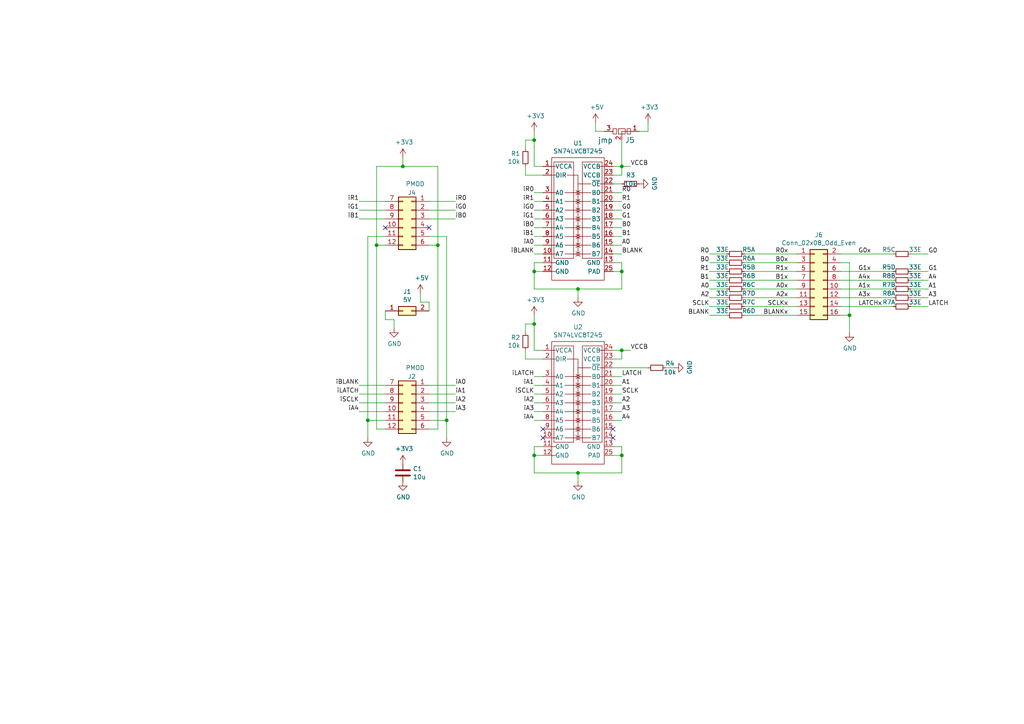
<source format=kicad_sch>
(kicad_sch (version 20230121) (generator eeschema)
  (paper "A4")
  (title_block (title "iCEBreaker PMOD - Hyperram") (rev "V1.1a") (company "1BitSquared") (comment 1 "2018 (C) 1BitSquared <info@1bitsquared.com>") (comment 2 "2018 (C) Piotr Esden-Tempski <piotr@esden.net>") (comment 3 "License: CC-BY-SA 4.0"))
  (lib_symbols
    (symbol "Connector_Generic:Conn_02x01" (pin_names (offset 1.016) hide)
      (property "Reference" "J" (at 1.27 2.54 0))
      (property "Value" "Conn_02x01" (at 1.27 -2.54 0))
      (symbol "Conn_02x01_1_1"
        (rectangle (start -1.27 0.127) (end 0 -0.127) (stroke (width 0.1524)))
        (rectangle (start -1.27 1.27) (end 3.81 -1.27) (stroke (width 0.254)) (fill (type background)))
        (rectangle (start 3.81 0.127) (end 2.54 -0.127) (stroke (width 0.1524)))
        (pin passive line (at -5.08 0 0) (length 3.81) (name "Pin_1") (number "1"))
        (pin passive line (at 7.62 0 180) (length 3.81) (name "Pin_2") (number "2"))
      )
    )
    (symbol "Connector_Generic:Conn_02x06_Top_Bottom" (pin_names (offset 1.016) hide)
      (property "Reference" "J" (at 1.27 7.62 0))
      (property "Value" "Conn_02x06_Top_Bottom" (at 1.27 -10.16 0))
      (symbol "Conn_02x06_Top_Bottom_1_1"
        (rectangle (start -1.27 -7.493) (end 0 -7.747) (stroke (width 0.1524)))
        (rectangle (start -1.27 -4.953) (end 0 -5.207) (stroke (width 0.1524)))
        (rectangle (start -1.27 -2.413) (end 0 -2.667) (stroke (width 0.1524)))
        (rectangle (start -1.27 0.127) (end 0 -0.127) (stroke (width 0.1524)))
        (rectangle (start -1.27 2.667) (end 0 2.413) (stroke (width 0.1524)))
        (rectangle (start -1.27 5.207) (end 0 4.953) (stroke (width 0.1524)))
        (rectangle (start -1.27 6.35) (end 3.81 -8.89) (stroke (width 0.254)) (fill (type background)))
        (rectangle (start 3.81 -7.493) (end 2.54 -7.747) (stroke (width 0.1524)))
        (rectangle (start 3.81 -4.953) (end 2.54 -5.207) (stroke (width 0.1524)))
        (rectangle (start 3.81 -2.413) (end 2.54 -2.667) (stroke (width 0.1524)))
        (rectangle (start 3.81 0.127) (end 2.54 -0.127) (stroke (width 0.1524)))
        (rectangle (start 3.81 2.667) (end 2.54 2.413) (stroke (width 0.1524)))
        (rectangle (start 3.81 5.207) (end 2.54 4.953) (stroke (width 0.1524)))
        (pin passive line (at -5.08 5.08 0) (length 3.81) (name "Pin_1") (number "1"))
        (pin passive line (at 7.62 -2.54 180) (length 3.81) (name "Pin_10") (number "10"))
        (pin passive line (at 7.62 -5.08 180) (length 3.81) (name "Pin_11") (number "11"))
        (pin passive line (at 7.62 -7.62 180) (length 3.81) (name "Pin_12") (number "12"))
        (pin passive line (at -5.08 2.54 0) (length 3.81) (name "Pin_2") (number "2"))
        (pin passive line (at -5.08 0 0) (length 3.81) (name "Pin_3") (number "3"))
        (pin passive line (at -5.08 -2.54 0) (length 3.81) (name "Pin_4") (number "4"))
        (pin passive line (at -5.08 -5.08 0) (length 3.81) (name "Pin_5") (number "5"))
        (pin passive line (at -5.08 -7.62 0) (length 3.81) (name "Pin_6") (number "6"))
        (pin passive line (at 7.62 5.08 180) (length 3.81) (name "Pin_7") (number "7"))
        (pin passive line (at 7.62 2.54 180) (length 3.81) (name "Pin_8") (number "8"))
        (pin passive line (at 7.62 0 180) (length 3.81) (name "Pin_9") (number "9"))
      )
    )
    (symbol "Connector_Generic:Conn_02x08_Odd_Even" (pin_names (offset 1.016) hide)
      (property "Reference" "J" (at 1.27 10.16 0))
      (property "Value" "Conn_02x08_Odd_Even" (at 1.27 -12.7 0))
      (symbol "Conn_02x08_Odd_Even_1_1"
        (rectangle (start -1.27 -10.033) (end 0 -10.287) (stroke (width 0.1524)))
        (rectangle (start -1.27 -7.493) (end 0 -7.747) (stroke (width 0.1524)))
        (rectangle (start -1.27 -4.953) (end 0 -5.207) (stroke (width 0.1524)))
        (rectangle (start -1.27 -2.413) (end 0 -2.667) (stroke (width 0.1524)))
        (rectangle (start -1.27 0.127) (end 0 -0.127) (stroke (width 0.1524)))
        (rectangle (start -1.27 2.667) (end 0 2.413) (stroke (width 0.1524)))
        (rectangle (start -1.27 5.207) (end 0 4.953) (stroke (width 0.1524)))
        (rectangle (start -1.27 7.747) (end 0 7.493) (stroke (width 0.1524)))
        (rectangle (start -1.27 8.89) (end 3.81 -11.43) (stroke (width 0.254)) (fill (type background)))
        (rectangle (start 3.81 -10.033) (end 2.54 -10.287) (stroke (width 0.1524)))
        (rectangle (start 3.81 -7.493) (end 2.54 -7.747) (stroke (width 0.1524)))
        (rectangle (start 3.81 -4.953) (end 2.54 -5.207) (stroke (width 0.1524)))
        (rectangle (start 3.81 -2.413) (end 2.54 -2.667) (stroke (width 0.1524)))
        (rectangle (start 3.81 0.127) (end 2.54 -0.127) (stroke (width 0.1524)))
        (rectangle (start 3.81 2.667) (end 2.54 2.413) (stroke (width 0.1524)))
        (rectangle (start 3.81 5.207) (end 2.54 4.953) (stroke (width 0.1524)))
        (rectangle (start 3.81 7.747) (end 2.54 7.493) (stroke (width 0.1524)))
        (pin passive line (at -5.08 7.62 0) (length 3.81) (name "Pin_1") (number "1"))
        (pin passive line (at 7.62 -2.54 180) (length 3.81) (name "Pin_10") (number "10"))
        (pin passive line (at -5.08 -5.08 0) (length 3.81) (name "Pin_11") (number "11"))
        (pin passive line (at 7.62 -5.08 180) (length 3.81) (name "Pin_12") (number "12"))
        (pin passive line (at -5.08 -7.62 0) (length 3.81) (name "Pin_13") (number "13"))
        (pin passive line (at 7.62 -7.62 180) (length 3.81) (name "Pin_14") (number "14"))
        (pin passive line (at -5.08 -10.16 0) (length 3.81) (name "Pin_15") (number "15"))
        (pin passive line (at 7.62 -10.16 180) (length 3.81) (name "Pin_16") (number "16"))
        (pin passive line (at 7.62 7.62 180) (length 3.81) (name "Pin_2") (number "2"))
        (pin passive line (at -5.08 5.08 0) (length 3.81) (name "Pin_3") (number "3"))
        (pin passive line (at 7.62 5.08 180) (length 3.81) (name "Pin_4") (number "4"))
        (pin passive line (at -5.08 2.54 0) (length 3.81) (name "Pin_5") (number "5"))
        (pin passive line (at 7.62 2.54 180) (length 3.81) (name "Pin_6") (number "6"))
        (pin passive line (at -5.08 0 0) (length 3.81) (name "Pin_7") (number "7"))
        (pin passive line (at 7.62 0 180) (length 3.81) (name "Pin_8") (number "8"))
        (pin passive line (at -5.08 -2.54 0) (length 3.81) (name "Pin_9") (number "9"))
      )
    )
    (symbol "led-panel-rescue:74LVC4245A-pkl_misc" (pin_names (offset 1.016))
      (property "Reference" "U" (at 0 12.7 0))
      (property "Value" "pkl_misc_74LVC4245A" (at 0 10.16 0))
      (symbol "74LVC4245A-pkl_misc_0_1"
        (polyline (pts (xy -7.62 -24.13) (xy -6.35 -24.13)))
        (polyline (pts (xy -7.62 -21.59) (xy -6.35 -21.59)))
        (polyline (pts (xy -7.62 -13.97) (xy -6.35 -13.97)))
        (polyline (pts (xy -7.62 -11.43) (xy -6.35 -11.43)))
        (polyline (pts (xy -7.62 -8.89) (xy -6.35 -8.89)))
        (polyline (pts (xy -7.62 -6.35) (xy -6.35 -6.35)))
        (polyline (pts (xy -7.62 3.81) (xy -6.35 3.81)))
        (polyline (pts (xy -3.81 -1.27) (xy -0.635 -1.27)))
        (polyline (pts (xy 0 -1.27) (xy 0 -19.05)))
        (polyline (pts (xy 3.81 1.27) (xy 0 1.27)))
        (polyline (pts (xy 7.62 1.27) (xy 6.35 1.27)))
        (polyline (pts (xy -3.175 3.81) (xy 0 3.81) (xy 0 -1.27)))
      )
      (symbol "74LVC4245A-pkl_misc_1_1"
        (rectangle (start -7.62 8.89) (end 7.62 -26.67))
        (rectangle (start -6.985 7.62) (end -1.27 -20.32))
        (polyline (pts (xy -7.62 -16.51) (xy -6.35 -16.51)))
        (polyline (pts (xy -7.62 -3.81) (xy -6.35 -3.81)))
        (polyline (pts (xy -7.62 -1.27) (xy -6.35 -1.27)))
        (polyline (pts (xy -7.62 6.35) (xy -6.35 6.35)))
        (polyline (pts (xy -6.35 -19.05) (xy -7.62 -19.05)))
        (polyline (pts (xy -0.635 -19.05) (xy -3.81 -19.05)))
        (polyline (pts (xy -0.635 -16.51) (xy -3.81 -16.51)))
        (polyline (pts (xy -0.635 -13.97) (xy -3.81 -13.97)))
        (polyline (pts (xy -0.635 -11.43) (xy -3.81 -11.43)))
        (polyline (pts (xy -0.635 -8.89) (xy -3.81 -8.89)))
        (polyline (pts (xy -0.635 -6.35) (xy -3.81 -6.35)))
        (polyline (pts (xy -0.635 -3.81) (xy -3.81 -3.81)))
        (polyline (pts (xy 0.635 -19.05) (xy 3.81 -19.05)))
        (polyline (pts (xy 0.635 -16.51) (xy 3.81 -16.51)))
        (polyline (pts (xy 0.635 -13.97) (xy 3.81 -13.97)))
        (polyline (pts (xy 0.635 -11.43) (xy 3.81 -11.43)))
        (polyline (pts (xy 0.635 -8.89) (xy 3.81 -8.89)))
        (polyline (pts (xy 0.635 -6.35) (xy 3.81 -6.35)))
        (polyline (pts (xy 0.635 -3.81) (xy 3.81 -3.81)))
        (polyline (pts (xy 0.635 -1.27) (xy 3.81 -1.27)))
        (polyline (pts (xy 7.62 -3.81) (xy 6.35 -3.81)))
        (polyline (pts (xy 7.62 -1.27) (xy 6.35 -1.27)))
        (polyline (pts (xy 7.62 6.35) (xy 6.35 6.35)))
        (polyline (pts (xy -0.635 -18.415) (xy 0.635 -19.05) (xy -0.635 -19.685)))
        (polyline (pts (xy -0.635 -15.875) (xy 0.635 -16.51) (xy -0.635 -17.145)))
        (polyline (pts (xy -0.635 -13.335) (xy 0.635 -13.97) (xy -0.635 -14.605)))
        (polyline (pts (xy -0.635 -10.795) (xy 0.635 -11.43) (xy -0.635 -12.065)))
        (polyline (pts (xy -0.635 -8.255) (xy 0.635 -8.89) (xy -0.635 -9.525)))
        (polyline (pts (xy -0.635 -5.715) (xy 0.635 -6.35) (xy -0.635 -6.985)))
        (polyline (pts (xy -0.635 -3.175) (xy 0.635 -3.81) (xy -0.635 -4.445)))
        (polyline (pts (xy -0.635 -0.635) (xy 0.635 -1.27) (xy -0.635 -1.905)))
        (polyline (pts (xy 0.635 -18.415) (xy -0.635 -19.05) (xy 0.635 -19.685)))
        (polyline (pts (xy 0.635 -15.875) (xy -0.635 -16.51) (xy 0.635 -17.145)))
        (polyline (pts (xy 0.635 -13.335) (xy -0.635 -13.97) (xy 0.635 -14.605)))
        (polyline (pts (xy 0.635 -10.795) (xy -0.635 -11.43) (xy 0.635 -12.065)))
        (polyline (pts (xy 0.635 -8.255) (xy -0.635 -8.89) (xy 0.635 -9.525)))
        (polyline (pts (xy 0.635 -5.715) (xy -0.635 -6.35) (xy 0.635 -6.985)))
        (polyline (pts (xy 0.635 -3.175) (xy -0.635 -3.81) (xy 0.635 -4.445)))
        (polyline (pts (xy 0.635 -0.635) (xy -0.635 -1.27) (xy 0.635 -1.905)))
        (rectangle (start 1.27 -20.32) (end 6.985 7.62))
        (pin passive line (at -10.16 6.35 0) (length 2.54) (name "VCCA") (number "1"))
        (pin passive line (at -10.16 -19.05 0) (length 2.54) (name "A7") (number "10"))
        (pin passive line (at -10.16 -21.59 0) (length 2.54) (name "GND") (number "11"))
        (pin passive line (at -10.16 -24.13 0) (length 2.54) (name "GND") (number "12"))
        (pin passive line (at 10.16 -21.59 180) (length 2.54) (name "GND") (number "13"))
        (pin passive line (at 10.16 -19.05 180) (length 2.54) (name "B7") (number "14"))
        (pin passive line (at 10.16 -16.51 180) (length 2.54) (name "B6") (number "15"))
        (pin passive line (at 10.16 -13.97 180) (length 2.54) (name "B5") (number "16"))
        (pin passive line (at 10.16 -11.43 180) (length 2.54) (name "B4") (number "17"))
        (pin passive line (at 10.16 -8.89 180) (length 2.54) (name "B3") (number "18"))
        (pin passive line (at 10.16 -6.35 180) (length 2.54) (name "B2") (number "19"))
        (pin passive line (at -10.16 3.81 0) (length 2.54) (name "DIR") (number "2"))
        (pin passive line (at 10.16 -3.81 180) (length 2.54) (name "B1") (number "20"))
        (pin passive line (at 10.16 -1.27 180) (length 2.54) (name "B0") (number "21"))
        (pin passive line (at 10.16 1.27 180) (length 2.54) (name "~{OE}") (number "22"))
        (pin passive line (at 10.16 3.81 180) (length 2.54) (name "VCCB") (number "23"))
        (pin passive line (at 10.16 6.35 180) (length 2.54) (name "VCCB") (number "24"))
        (pin passive line (at 10.16 -24.13 180) (length 2.54) (name "PAD") (number "25"))
        (pin passive line (at -10.16 -1.27 0) (length 2.54) (name "A0") (number "3"))
        (pin passive line (at -10.16 -3.81 0) (length 2.54) (name "A1") (number "4"))
        (pin passive line (at -10.16 -6.35 0) (length 2.54) (name "A2") (number "5"))
        (pin passive line (at -10.16 -8.89 0) (length 2.54) (name "A3") (number "6"))
        (pin passive line (at -10.16 -11.43 0) (length 2.54) (name "A4") (number "7"))
        (pin passive line (at -10.16 -13.97 0) (length 2.54) (name "A5") (number "8"))
        (pin passive line (at -10.16 -16.51 0) (length 2.54) (name "A6") (number "9"))
      )
    )
    (symbol "led-panel-rescue:pkl_C-pkl_device" (pin_numbers hide) (pin_names (offset 0.254))
      (property "Reference" "C" (at 0.635 2.54 0))
      (property "Value" "pkl_device_pkl_C" (at 0.635 -2.54 0))
      (symbol "pkl_C-pkl_device_0_1"
        (polyline (pts (xy -2.032 -0.762) (xy 2.032 -0.762)) (stroke (width 0.508)))
        (polyline (pts (xy -2.032 0.762) (xy 2.032 0.762)) (stroke (width 0.508)))
      )
      (symbol "pkl_C-pkl_device_1_1"
        (pin passive line (at 0 2.54 270) (length 1.524) (name "~") (number "1"))
        (pin passive line (at 0 -2.54 90) (length 1.524) (name "~") (number "2"))
      )
    )
    (symbol "led-panel-rescue:pkl_R4_Small-pkl_device" (pin_numbers hide) (pin_names (offset 0.254) hide)
      (property "Reference" "R" (at 0.762 0.508 0))
      (property "Value" "pkl_device_pkl_R4_Small" (at 0.762 -1.016 0))
      (symbol "pkl_R4_Small-pkl_device_0_1"
        (rectangle (start -0.762 1.778) (end 0.762 -1.778) (stroke (width 0.2032)))
      )
      (symbol "pkl_R4_Small-pkl_device_1_1"
        (pin passive line (at 0 2.54 270) (length 0.762) (name "~") (number "1"))
        (pin passive line (at 0 -2.54 90) (length 0.762) (name "~") (number "2"))
      )
      (symbol "pkl_R4_Small-pkl_device_2_1"
        (pin passive line (at 0 2.54 270) (length 0.762) (name "~") (number "3"))
        (pin passive line (at 0 -2.54 90) (length 0.762) (name "~") (number "4"))
      )
      (symbol "pkl_R4_Small-pkl_device_3_1"
        (pin passive line (at 0 2.54 270) (length 0.762) (name "~") (number "5"))
        (pin passive line (at 0 -2.54 90) (length 0.762) (name "~") (number "6"))
      )
      (symbol "pkl_R4_Small-pkl_device_4_1"
        (pin passive line (at 0 2.54 270) (length 0.762) (name "~") (number "7"))
        (pin passive line (at 0 -2.54 90) (length 0.762) (name "~") (number "8"))
      )
    )
    (symbol "led-panel-rescue:pkl_R_Small-pkl_device" (pin_numbers hide) (pin_names (offset 0.254) hide)
      (property "Reference" "R" (at 0.762 0.508 0))
      (property "Value" "pkl_device_pkl_R_Small" (at 0.762 -1.016 0))
      (symbol "pkl_R_Small-pkl_device_0_1"
        (rectangle (start -0.762 1.778) (end 0.762 -1.778) (stroke (width 0.2032)))
      )
      (symbol "pkl_R_Small-pkl_device_1_1"
        (pin passive line (at 0 2.54 270) (length 0.762) (name "~") (number "1"))
        (pin passive line (at 0 -2.54 90) (length 0.762) (name "~") (number "2"))
      )
    )
    (symbol "led-panel-rescue:pkl_double_jumper_ncno-pkl_misc" (pin_names (offset 1.016))
      (property "Reference" "J" (at 0 -2.54 0))
      (property "Value" "pkl_misc_pkl_double_jumper_ncno" (at 0 -5.08 0))
      (symbol "pkl_double_jumper_ncno-pkl_misc_0_1"
        (polyline (pts (xy 0 1.27) (xy 0 0) (xy -2.54 0)))
        (rectangle (start 1.524 0.762) (end 2.54 -0.762))
      )
      (symbol "pkl_double_jumper_ncno-pkl_misc_1_1"
        (rectangle (start -2.54 0.762) (end -1.524 -0.762))
        (rectangle (start -1.016 0.762) (end 1.016 -0.762))
        (pin passive line (at -5.08 0 0) (length 2.54) (name "~") (number "1"))
        (pin passive line (at 0 2.54 270) (length 1.27) (name "~") (number "2"))
        (pin passive line (at 5.08 0 180) (length 2.54) (name "~") (number "3"))
      )
    )
    (symbol "power:+3V3" (power) (pin_names (offset 0))
      (property "Value" "+3V3" (at 0 3.556 0))
      (symbol "+3V3_0_1"
        (polyline (pts (xy -0.762 1.27) (xy 0 2.54)))
        (polyline (pts (xy 0 0) (xy 0 2.54)))
        (polyline (pts (xy 0 2.54) (xy 0.762 1.27)))
      )
      (symbol "+3V3_1_1"
        (pin power_in line (at 0 0 90) (length 0) hide (name "+3V3") (number "1"))
      )
    )
    (symbol "power:+5V" (power) (pin_names (offset 0))
      (property "Value" "+5V" (at 0 3.556 0))
      (symbol "+5V_0_1"
        (polyline (pts (xy -0.762 1.27) (xy 0 2.54)))
        (polyline (pts (xy 0 0) (xy 0 2.54)))
        (polyline (pts (xy 0 2.54) (xy 0.762 1.27)))
      )
      (symbol "+5V_1_1"
        (pin power_in line (at 0 0 90) (length 0) hide (name "+5V") (number "1"))
      )
    )
    (symbol "power:GND" (power) (pin_names (offset 0))
      (property "Value" "GND" (at 0 -3.81 0))
      (symbol "GND_0_1"
        (polyline (pts (xy 0 0) (xy 0 -1.27) (xy 1.27 -1.27) (xy 0 -2.54) (xy -1.27 -1.27) (xy 0 -1.27)))
      )
      (symbol "GND_1_1"
        (pin power_in line (at 0 0 270) (length 0) hide (name "GND") (number "1"))
      )
    )
  )
  (junction (at 180.34 132.08))
  (junction (at 180.34 101.6))
  (junction (at 106.68 121.92))
  (junction (at 180.34 78.74))
  (junction (at 154.94 78.74))
  (junction (at 154.94 40.64))
  (junction (at 116.84 48.26))
  (junction (at 167.64 83.82))
  (junction (at 109.22 71.12))
  (junction (at 129.54 121.92))
  (junction (at 167.64 137.16))
  (junction (at 127 71.12))
  (junction (at 246.38 91.44))
  (junction (at 180.34 48.26))
  (junction (at 154.94 132.08))
  (junction (at 154.94 93.98))
  (no_connect (at 124.46 66.04))
  (no_connect (at 177.8 127))
  (no_connect (at 111.76 66.04))
  (no_connect (at 157.48 127))
  (no_connect (at 177.8 124.46))
  (no_connect (at 157.48 124.46))
  (wire (pts (xy 177.8 60.96) (xy 180.34 60.96)))
  (wire (pts (xy 154.94 93.98) (xy 154.94 91.44)))
  (wire (pts (xy 157.48 132.08) (xy 154.94 132.08)))
  (wire (pts (xy 157.48 58.42) (xy 154.94 58.42)))
  (wire (pts (xy 157.48 76.2) (xy 154.94 76.2)))
  (wire (pts (xy 157.48 114.3) (xy 154.94 114.3)))
  (wire (pts (xy 154.94 78.74) (xy 154.94 83.82)))
  (wire (pts (xy 154.94 76.2) (xy 154.94 78.74)))
  (wire (pts (xy 154.94 48.26) (xy 154.94 40.64)))
  (wire (pts (xy 157.48 116.84) (xy 154.94 116.84)))
  (wire (pts (xy 124.46 116.84) (xy 132.08 116.84)))
  (wire (pts (xy 157.48 111.76) (xy 154.94 111.76)))
  (wire (pts (xy 157.48 101.6) (xy 154.94 101.6)))
  (wire (pts (xy 124.46 60.96) (xy 132.08 60.96)))
  (wire (pts (xy 210.82 81.28) (xy 205.74 81.28)))
  (wire (pts (xy 111.76 124.46) (xy 109.22 124.46)))
  (wire (pts (xy 167.64 83.82) (xy 167.64 86.36)))
  (wire (pts (xy 111.76 90.17) (xy 111.76 92.71)))
  (wire (pts (xy 215.9 88.9) (xy 231.14 88.9)))
  (wire (pts (xy 177.8 76.2) (xy 180.34 76.2)))
  (wire (pts (xy 177.8 78.74) (xy 180.34 78.74)))
  (wire (pts (xy 177.8 121.92) (xy 180.34 121.92)))
  (wire (pts (xy 109.22 48.26) (xy 109.22 71.12)))
  (wire (pts (xy 124.46 124.46) (xy 127 124.46)))
  (wire (pts (xy 180.34 78.74) (xy 180.34 83.82)))
  (wire (pts (xy 177.8 116.84) (xy 180.34 116.84)))
  (wire (pts (xy 215.9 86.36) (xy 231.14 86.36)))
  (wire (pts (xy 154.94 40.64) (xy 154.94 38.1)))
  (wire (pts (xy 210.82 86.36) (xy 205.74 86.36)))
  (wire (pts (xy 246.38 76.2) (xy 246.38 91.44)))
  (wire (pts (xy 177.8 68.58) (xy 180.34 68.58)))
  (wire (pts (xy 127 124.46) (xy 127 71.12)))
  (wire (pts (xy 231.14 76.2) (xy 215.9 76.2)))
  (wire (pts (xy 157.48 66.04) (xy 154.94 66.04)))
  (wire (pts (xy 243.84 73.66) (xy 259.08 73.66)))
  (wire (pts (xy 109.22 124.46) (xy 109.22 71.12)))
  (wire (pts (xy 114.3 92.71) (xy 114.3 95.25)))
  (wire (pts (xy 127 48.26) (xy 116.84 48.26)))
  (wire (pts (xy 152.4 96.52) (xy 152.4 93.98)))
  (wire (pts (xy 129.54 121.92) (xy 129.54 127)))
  (wire (pts (xy 177.8 73.66) (xy 180.34 73.66)))
  (wire (pts (xy 157.48 63.5) (xy 154.94 63.5)))
  (wire (pts (xy 177.8 63.5) (xy 180.34 63.5)))
  (wire (pts (xy 152.4 40.64) (xy 152.4 43.18)))
  (wire (pts (xy 210.82 83.82) (xy 205.74 83.82)))
  (wire (pts (xy 124.46 121.92) (xy 129.54 121.92)))
  (wire (pts (xy 246.38 91.44) (xy 246.38 96.52)))
  (wire (pts (xy 264.16 83.82) (xy 269.24 83.82)))
  (wire (pts (xy 124.46 87.63) (xy 124.46 90.17)))
  (wire (pts (xy 177.8 58.42) (xy 180.34 58.42)))
  (wire (pts (xy 210.82 91.44) (xy 205.74 91.44)))
  (wire (pts (xy 264.16 86.36) (xy 269.24 86.36)))
  (wire (pts (xy 111.76 58.42) (xy 104.14 58.42)))
  (wire (pts (xy 116.84 45.72) (xy 116.84 48.26)))
  (wire (pts (xy 111.76 121.92) (xy 106.68 121.92)))
  (wire (pts (xy 121.92 87.63) (xy 124.46 87.63)))
  (wire (pts (xy 111.76 60.96) (xy 104.14 60.96)))
  (wire (pts (xy 243.84 83.82) (xy 259.08 83.82)))
  (wire (pts (xy 215.9 91.44) (xy 231.14 91.44)))
  (wire (pts (xy 177.8 109.22) (xy 180.34 109.22)))
  (wire (pts (xy 157.48 129.54) (xy 154.94 129.54)))
  (wire (pts (xy 180.34 48.26) (xy 180.34 40.64)))
  (wire (pts (xy 152.4 93.98) (xy 154.94 93.98)))
  (wire (pts (xy 121.92 85.09) (xy 121.92 87.63)))
  (wire (pts (xy 180.34 76.2) (xy 180.34 78.74)))
  (wire (pts (xy 264.16 88.9) (xy 269.24 88.9)))
  (wire (pts (xy 152.4 48.26) (xy 152.4 50.8)))
  (wire (pts (xy 180.34 137.16) (xy 167.64 137.16)))
  (wire (pts (xy 177.8 114.3) (xy 180.34 114.3)))
  (wire (pts (xy 264.16 78.74) (xy 269.24 78.74)))
  (wire (pts (xy 180.34 129.54) (xy 180.34 132.08)))
  (wire (pts (xy 167.64 83.82) (xy 154.94 83.82)))
  (wire (pts (xy 111.76 92.71) (xy 114.3 92.71)))
  (wire (pts (xy 152.4 104.14) (xy 157.48 104.14)))
  (wire (pts (xy 152.4 50.8) (xy 157.48 50.8)))
  (wire (pts (xy 180.34 101.6) (xy 182.88 101.6)))
  (wire (pts (xy 157.48 71.12) (xy 154.94 71.12)))
  (wire (pts (xy 210.82 78.74) (xy 205.74 78.74)))
  (wire (pts (xy 177.8 55.88) (xy 180.34 55.88)))
  (wire (pts (xy 157.48 121.92) (xy 154.94 121.92)))
  (wire (pts (xy 177.8 71.12) (xy 180.34 71.12)))
  (wire (pts (xy 111.76 114.3) (xy 104.14 114.3)))
  (wire (pts (xy 116.84 48.26) (xy 109.22 48.26)))
  (wire (pts (xy 177.8 53.34) (xy 180.34 53.34)))
  (wire (pts (xy 177.8 132.08) (xy 180.34 132.08)))
  (wire (pts (xy 157.48 55.88) (xy 154.94 55.88)))
  (wire (pts (xy 264.16 73.66) (xy 269.24 73.66)))
  (wire (pts (xy 180.34 83.82) (xy 167.64 83.82)))
  (wire (pts (xy 210.82 73.66) (xy 205.74 73.66)))
  (wire (pts (xy 157.48 109.22) (xy 154.94 109.22)))
  (wire (pts (xy 106.68 121.92) (xy 106.68 127)))
  (wire (pts (xy 157.48 119.38) (xy 154.94 119.38)))
  (wire (pts (xy 177.8 106.68) (xy 187.96 106.68)))
  (wire (pts (xy 243.84 88.9) (xy 259.08 88.9)))
  (wire (pts (xy 243.84 91.44) (xy 246.38 91.44)))
  (wire (pts (xy 154.94 40.64) (xy 152.4 40.64)))
  (wire (pts (xy 154.94 132.08) (xy 154.94 137.16)))
  (wire (pts (xy 177.8 101.6) (xy 180.34 101.6)))
  (wire (pts (xy 124.46 119.38) (xy 132.08 119.38)))
  (wire (pts (xy 177.8 129.54) (xy 180.34 129.54)))
  (wire (pts (xy 124.46 71.12) (xy 127 71.12)))
  (wire (pts (xy 152.4 101.6) (xy 152.4 104.14)))
  (wire (pts (xy 172.72 38.1) (xy 172.72 35.56)))
  (wire (pts (xy 177.8 104.14) (xy 180.34 104.14)))
  (wire (pts (xy 167.64 137.16) (xy 167.64 139.7)))
  (wire (pts (xy 177.8 48.26) (xy 180.34 48.26)))
  (wire (pts (xy 111.76 71.12) (xy 109.22 71.12)))
  (wire (pts (xy 129.54 68.58) (xy 129.54 121.92)))
  (wire (pts (xy 124.46 111.76) (xy 132.08 111.76)))
  (wire (pts (xy 111.76 119.38) (xy 104.14 119.38)))
  (wire (pts (xy 264.16 81.28) (xy 269.24 81.28)))
  (wire (pts (xy 177.8 111.76) (xy 180.34 111.76)))
  (wire (pts (xy 124.46 68.58) (xy 129.54 68.58)))
  (wire (pts (xy 111.76 111.76) (xy 104.14 111.76)))
  (wire (pts (xy 187.96 38.1) (xy 187.96 35.56)))
  (wire (pts (xy 111.76 116.84) (xy 104.14 116.84)))
  (wire (pts (xy 111.76 63.5) (xy 104.14 63.5)))
  (wire (pts (xy 243.84 86.36) (xy 259.08 86.36)))
  (wire (pts (xy 175.26 38.1) (xy 172.72 38.1)))
  (wire (pts (xy 157.48 73.66) (xy 154.94 73.66)))
  (wire (pts (xy 154.94 101.6) (xy 154.94 93.98)))
  (wire (pts (xy 157.48 68.58) (xy 154.94 68.58)))
  (wire (pts (xy 193.04 106.68) (xy 195.58 106.68)))
  (wire (pts (xy 185.42 38.1) (xy 187.96 38.1)))
  (wire (pts (xy 127 48.26) (xy 127 71.12)))
  (wire (pts (xy 180.34 104.14) (xy 180.34 101.6)))
  (wire (pts (xy 111.76 68.58) (xy 106.68 68.58)))
  (wire (pts (xy 215.9 83.82) (xy 231.14 83.82)))
  (wire (pts (xy 157.48 78.74) (xy 154.94 78.74)))
  (wire (pts (xy 231.14 78.74) (xy 215.9 78.74)))
  (wire (pts (xy 177.8 66.04) (xy 180.34 66.04)))
  (wire (pts (xy 210.82 76.2) (xy 205.74 76.2)))
  (wire (pts (xy 180.34 132.08) (xy 180.34 137.16)))
  (wire (pts (xy 231.14 73.66) (xy 215.9 73.66)))
  (wire (pts (xy 180.34 50.8) (xy 180.34 48.26)))
  (wire (pts (xy 180.34 48.26) (xy 182.88 48.26)))
  (wire (pts (xy 243.84 76.2) (xy 246.38 76.2)))
  (wire (pts (xy 177.8 119.38) (xy 180.34 119.38)))
  (wire (pts (xy 154.94 129.54) (xy 154.94 132.08)))
  (wire (pts (xy 124.46 58.42) (xy 132.08 58.42)))
  (wire (pts (xy 210.82 88.9) (xy 205.74 88.9)))
  (wire (pts (xy 215.9 81.28) (xy 231.14 81.28)))
  (wire (pts (xy 157.48 60.96) (xy 154.94 60.96)))
  (wire (pts (xy 106.68 68.58) (xy 106.68 121.92)))
  (wire (pts (xy 124.46 63.5) (xy 132.08 63.5)))
  (wire (pts (xy 243.84 78.74) (xy 259.08 78.74)))
  (wire (pts (xy 177.8 50.8) (xy 180.34 50.8)))
  (wire (pts (xy 157.48 48.26) (xy 154.94 48.26)))
  (wire (pts (xy 124.46 114.3) (xy 132.08 114.3)))
  (wire (pts (xy 167.64 137.16) (xy 154.94 137.16)))
  (wire (pts (xy 243.84 81.28) (xy 259.08 81.28)))
  (label "iR0" (at 132.08 58.42 0))
  (label "iG0" (at 154.94 60.96 180))
  (label "G0" (at 180.34 60.96 0))
  (label "B0" (at 205.74 76.2 180))
  (label "VCCB" (at 182.88 48.26 0))
  (label "G1" (at 269.24 78.74 0))
  (label "iA4" (at 154.94 121.92 180))
  (label "A4" (at 180.34 121.92 0))
  (label "iR1" (at 104.14 58.42 180))
  (label "A1x" (at 248.92 83.82 0))
  (label "iSCLK" (at 104.14 116.84 180))
  (label "iB0" (at 154.94 66.04 180))
  (label "iLATCH" (at 154.94 109.22 180))
  (label "iA0" (at 132.08 111.76 0))
  (label "R1x" (at 228.6 78.74 180))
  (label "iB1" (at 154.94 68.58 180))
  (label "A0" (at 180.34 71.12 0))
  (label "A2" (at 205.74 86.36 180))
  (label "G0x" (at 248.92 73.66 0))
  (label "B1x" (at 228.6 81.28 180))
  (label "iG1" (at 104.14 60.96 180))
  (label "A2x" (at 228.6 86.36 180))
  (label "G1" (at 180.34 63.5 0))
  (label "iR0" (at 154.94 55.88 180))
  (label "R0" (at 205.74 73.66 180))
  (label "SCLK" (at 205.74 88.9 180))
  (label "BLANK" (at 180.34 73.66 0))
  (label "iG0" (at 132.08 60.96 0))
  (label "B1" (at 205.74 81.28 180))
  (label "A3x" (at 248.92 86.36 0))
  (label "iR1" (at 154.94 58.42 180))
  (label "BLANKx" (at 228.6 91.44 180))
  (label "iB0" (at 132.08 63.5 0))
  (label "LATCHx" (at 248.92 88.9 0))
  (label "R1" (at 180.34 58.42 0))
  (label "R1" (at 205.74 78.74 180))
  (label "R0" (at 180.34 55.88 0))
  (label "A1" (at 180.34 111.76 0))
  (label "B0x" (at 228.6 76.2 180))
  (label "iLATCH" (at 104.14 114.3 180))
  (label "SCLKx" (at 228.6 88.9 180))
  (label "iA3" (at 154.94 119.38 180))
  (label "LATCH" (at 269.24 88.9 0))
  (label "A0" (at 205.74 83.82 180))
  (label "R0x" (at 228.6 73.66 180))
  (label "iA2" (at 154.94 116.84 180))
  (label "A4x" (at 248.92 81.28 0))
  (label "A4" (at 269.24 81.28 0))
  (label "G0" (at 269.24 73.66 0))
  (label "LATCH" (at 180.34 109.22 0))
  (label "iA4" (at 104.14 119.38 180))
  (label "A3" (at 269.24 86.36 0))
  (label "A2" (at 180.34 116.84 0))
  (label "A3" (at 180.34 119.38 0))
  (label "iG1" (at 154.94 63.5 180))
  (label "iA2" (at 132.08 116.84 0))
  (label "iA0" (at 154.94 71.12 180))
  (label "iA1" (at 154.94 111.76 180))
  (label "iSCLK" (at 154.94 114.3 180))
  (label "iA3" (at 132.08 119.38 0))
  (label "iA1" (at 132.08 114.3 0))
  (label "iBLANK" (at 104.14 111.76 180))
  (label "B1" (at 180.34 68.58 0))
  (label "iBLANK" (at 154.94 73.66 180))
  (label "VCCB" (at 182.88 101.6 0))
  (label "A1" (at 269.24 83.82 0))
  (label "SCLK" (at 180.34 114.3 0))
  (label "A0x" (at 228.6 83.82 180))
  (label "G1x" (at 248.92 78.74 0))
  (label "B0" (at 180.34 66.04 0))
  (label "iB1" (at 104.14 63.5 180))
  (label "BLANK" (at 205.74 91.44 180))
  (symbol (lib_id "Connector_Generic:Conn_02x06_Top_Bottom") (at 119.38 116.84 0) (mirror y) (unit 1)
    (property "Reference" "J2" (at 120.65 109.22 0) (effects (justify left)))
    (property "Value" "PMOD" (at 123.19 106.68 0) (effects (justify left)))
    (property "Footprint" "pkl_connectors:PMODHeader_2x06_P2.54mm_Horizontal" (effects hide))
    (property "Source" "ANY" (effects hide))
  )
  (symbol (lib_id "power:GND") (at 129.54 127 0) (unit 1)
    (property "Reference" "#PWR0105" (effects hide))
    (property "Value" "GND" (at 129.667 131.4704 0))
  )
  (symbol (lib_id "power:GND") (at 106.68 127 0) (unit 1)
    (property "Reference" "#PWR0106" (effects hide))
    (property "Value" "GND" (at 106.807 131.4704 0))
  )
  (symbol (lib_id "Connector_Generic:Conn_02x06_Top_Bottom") (at 119.38 63.5 0) (mirror y) (unit 1)
    (property "Reference" "J4" (at 120.65 55.88 0) (effects (justify left)))
    (property "Value" "PMOD" (at 123.19 53.34 0) (effects (justify left)))
    (property "Footprint" "pkl_connectors:PMODHeader_2x06_P2.54mm_Horizontal" (effects hide))
    (property "Source" "ANY" (effects hide))
  )
  (symbol (lib_id "power:+3V3") (at 116.84 45.72 0) (unit 1)
    (property "Reference" "#PWR0102" (effects hide))
    (property "Value" "+3V3" (at 117.221 41.2496 0))
  )
  (symbol (lib_id "led-panel-rescue:pkl_C-pkl_device") (at 116.84 137.16 0) (unit 1)
    (property "Reference" "C1" (at 119.761 135.9662 0) (effects (justify left)))
    (property "Value" "10u" (at 119.761 138.3284 0) (effects (justify left)))
    (property "Footprint" "pkl_dipol:C_0603" (effects hide))
    (property "Key" "cap-cer-0603-10u" (effects hide))
    (property "Source" "ANY" (effects hide))
  )
  (symbol (lib_id "power:+3V3") (at 116.84 134.62 0) (unit 1)
    (property "Reference" "#PWR0103" (effects hide))
    (property "Value" "+3V3" (at 117.221 130.1496 0))
  )
  (symbol (lib_id "power:GND") (at 116.84 139.7 0) (unit 1)
    (property "Reference" "#PWR0104" (effects hide))
    (property "Value" "GND" (at 116.967 144.1704 0))
  )
  (symbol (lib_id "led-panel-rescue:pkl_double_jumper_ncno-pkl_misc") (at 180.34 38.1 180) (unit 1)
    (property "Reference" "J5" (at 184.15 40.64 0) (effects (font (size 1.524 1.524)) (justify left)))
    (property "Value" "jmp" (at 177.8 40.64 0) (effects (font (size 1.524 1.524)) (justify left)))
    (property "Footprint" "pkl_jumpers:J_NCNO_0903_30" (effects hide))
    (property "Source" "ANY" (effects hide))
  )
  (symbol (lib_id "Connector_Generic:Conn_02x01") (at 116.84 90.17 0) (unit 1)
    (property "Reference" "J1" (at 118.11 84.582 0))
    (property "Value" "5V" (at 118.11 86.9442 0))
    (property "Footprint" "Connector_PinHeader_2.54mm:PinHeader_2x01_P2.54mm_Vertical" (effects hide))
    (property "Key" "conn-th-01in-6-2-hdr-ra" (effects hide))
    (property "Source" "ANY" (effects hide))
  )
  (symbol (lib_id "power:+5V") (at 121.92 85.09 0) (unit 1)
    (property "Reference" "#PWR0107" (effects hide))
    (property "Value" "+5V" (at 122.301 80.6196 0))
  )
  (symbol (lib_id "power:GND") (at 114.3 95.25 0) (unit 1)
    (property "Reference" "#PWR0108" (effects hide))
    (property "Value" "GND" (at 114.427 99.7204 0))
  )
  (symbol (lib_id "power:+3V3") (at 187.96 35.56 0) (unit 1)
    (property "Reference" "#PWR0109" (effects hide))
    (property "Value" "+3V3" (at 188.341 31.0896 0))
  )
  (symbol (lib_id "power:+5V") (at 172.72 35.56 0) (unit 1)
    (property "Reference" "#PWR0110" (effects hide))
    (property "Value" "+5V" (at 173.101 31.0896 0))
  )
  (symbol (lib_id "led-panel-rescue:74LVC4245A-pkl_misc") (at 167.64 54.61 0) (unit 1)
    (property "Reference" "U1" (at 167.64 41.529 0))
    (property "Value" "SN74LVC8T245" (at 167.64 43.8404 0))
    (property "Footprint" "Package_SO:TSSOP-24_4.4x7.8mm_P0.65mm" (effects hide))
    (property "Key" "ic-tssop24-sn74lvc8t245" (effects hide))
  )
  (symbol (lib_id "power:+3V3") (at 154.94 38.1 0) (unit 1)
    (property "Reference" "#PWR0111" (effects hide))
    (property "Value" "+3V3" (at 155.321 33.6296 0))
  )
  (symbol (lib_id "power:GND") (at 167.64 86.36 0) (unit 1)
    (property "Reference" "#PWR0112" (effects hide))
    (property "Value" "GND" (at 167.767 90.8304 0))
  )
  (symbol (lib_id "led-panel-rescue:pkl_R_Small-pkl_device") (at 152.4 45.72 0) (unit 1)
    (property "Reference" "R1" (at 150.9014 44.5516 0) (effects (justify right)))
    (property "Value" "10k" (at 150.9014 46.863 0) (effects (justify right)))
    (property "Footprint" "pkl_dipol:R_0402" (effects hide))
    (property "Key" "res-0402-10k" (effects hide))
  )
  (symbol (lib_id "led-panel-rescue:pkl_R_Small-pkl_device") (at 182.88 53.34 90) (unit 1)
    (property "Reference" "R3" (at 182.88 50.8 90))
    (property "Value" "10k" (at 182.88 53.34 90))
    (property "Footprint" "pkl_dipol:R_0402" (effects hide))
    (property "Key" "res-0402-10k" (effects hide))
  )
  (symbol (lib_id "power:GND") (at 185.42 53.34 90) (unit 1)
    (property "Reference" "#PWR0113" (effects hide))
    (property "Value" "GND" (at 189.8904 53.213 0))
  )
  (symbol (lib_id "led-panel-rescue:74LVC4245A-pkl_misc") (at 167.64 107.95 0) (unit 1)
    (property "Reference" "U2" (at 167.64 94.869 0))
    (property "Value" "SN74LVC8T245" (at 167.64 97.1804 0))
    (property "Footprint" "Package_SO:TSSOP-24_4.4x7.8mm_P0.65mm" (effects hide))
    (property "Key" "ic-tssop24-sn74lvc8t245" (effects hide))
  )
  (symbol (lib_id "led-panel-rescue:pkl_R_Small-pkl_device") (at 190.5 106.68 90) (unit 1)
    (property "Reference" "R4" (at 194.31 105.41 90))
    (property "Value" "10k" (at 194.31 107.95 90))
    (property "Footprint" "pkl_dipol:R_0402" (effects hide))
    (property "Key" "res-0402-10k" (effects hide))
  )
  (symbol (lib_id "power:GND") (at 195.58 106.68 90) (unit 1)
    (property "Reference" "#PWR0114" (effects hide))
    (property "Value" "GND" (at 200.0504 106.553 0))
  )
  (symbol (lib_id "led-panel-rescue:pkl_R_Small-pkl_device") (at 152.4 99.06 0) (unit 1)
    (property "Reference" "R2" (at 150.9014 97.8916 0) (effects (justify right)))
    (property "Value" "10k" (at 150.9014 100.203 0) (effects (justify right)))
    (property "Footprint" "pkl_dipol:R_0402" (effects hide))
    (property "Key" "res-0402-10k" (effects hide))
  )
  (symbol (lib_id "power:+3V3") (at 154.94 91.44 0) (unit 1)
    (property "Reference" "#PWR0115" (effects hide))
    (property "Value" "+3V3" (at 155.321 86.9696 0))
  )
  (symbol (lib_id "power:GND") (at 167.64 139.7 0) (unit 1)
    (property "Reference" "#PWR0116" (effects hide))
    (property "Value" "GND" (at 167.767 144.1704 0))
  )
  (symbol (lib_id "led-panel-rescue:pkl_R4_Small-pkl_device") (at 213.36 73.66 90) (mirror x) (unit 1)
    (property "Reference" "R5" (at 217.17 72.39 90))
    (property "Value" "33E" (at 209.55 72.39 90))
    (property "Footprint" "pkl_dipol:R_Array_Convex_4x0402" (effects hide))
  )
  (symbol (lib_id "led-panel-rescue:pkl_R4_Small-pkl_device") (at 213.36 78.74 90) (mirror x) (unit 2)
    (property "Reference" "R5" (at 217.17 77.47 90))
    (property "Value" "33E" (at 209.55 77.47 90))
    (property "Footprint" "pkl_dipol:R_Array_Convex_4x0402" (effects hide))
  )
  (symbol (lib_id "led-panel-rescue:pkl_R4_Small-pkl_device") (at 261.62 73.66 270) (unit 3)
    (property "Reference" "R5" (at 257.81 72.39 90))
    (property "Value" "33E" (at 265.43 72.39 90))
    (property "Footprint" "pkl_dipol:R_Array_Convex_4x0402" (effects hide))
  )
  (symbol (lib_id "led-panel-rescue:pkl_R4_Small-pkl_device") (at 261.62 78.74 270) (unit 4)
    (property "Reference" "R5" (at 257.81 77.47 90))
    (property "Value" "33E" (at 265.43 77.47 90))
    (property "Footprint" "pkl_dipol:R_Array_Convex_4x0402" (effects hide))
  )
  (symbol (lib_id "led-panel-rescue:pkl_R4_Small-pkl_device") (at 213.36 76.2 90) (mirror x) (unit 1)
    (property "Reference" "R6" (at 217.17 74.93 90))
    (property "Value" "33E" (at 209.55 74.93 90))
    (property "Footprint" "pkl_dipol:R_Array_Convex_4x0402" (effects hide))
  )
  (symbol (lib_id "led-panel-rescue:pkl_R4_Small-pkl_device") (at 213.36 81.28 90) (mirror x) (unit 2)
    (property "Reference" "R6" (at 217.17 80.01 90))
    (property "Value" "33E" (at 209.55 80.01 90))
    (property "Footprint" "pkl_dipol:R_Array_Convex_4x0402" (effects hide))
  )
  (symbol (lib_id "led-panel-rescue:pkl_R4_Small-pkl_device") (at 213.36 83.82 90) (mirror x) (unit 3)
    (property "Reference" "R6" (at 217.17 82.55 90))
    (property "Value" "33E" (at 209.55 82.55 90))
    (property "Footprint" "pkl_dipol:R_Array_Convex_4x0402" (effects hide))
  )
  (symbol (lib_id "led-panel-rescue:pkl_R4_Small-pkl_device") (at 213.36 91.44 90) (mirror x) (unit 4)
    (property "Reference" "R6" (at 217.17 90.17 90))
    (property "Value" "33E" (at 209.55 90.17 90))
    (property "Footprint" "pkl_dipol:R_Array_Convex_4x0402" (effects hide))
  )
  (symbol (lib_id "led-panel-rescue:pkl_R4_Small-pkl_device") (at 261.62 88.9 270) (unit 1)
    (property "Reference" "R7" (at 257.81 87.63 90))
    (property "Value" "33E" (at 265.43 87.63 90))
    (property "Footprint" "pkl_dipol:R_Array_Convex_4x0402" (effects hide))
  )
  (symbol (lib_id "led-panel-rescue:pkl_R4_Small-pkl_device") (at 261.62 83.82 270) (unit 2)
    (property "Reference" "R7" (at 257.81 82.55 90))
    (property "Value" "33E" (at 265.43 82.55 90))
    (property "Footprint" "pkl_dipol:R_Array_Convex_4x0402" (effects hide))
  )
  (symbol (lib_id "led-panel-rescue:pkl_R4_Small-pkl_device") (at 213.36 88.9 90) (mirror x) (unit 3)
    (property "Reference" "R7" (at 217.17 87.63 90))
    (property "Value" "33E" (at 209.55 87.63 90))
    (property "Footprint" "pkl_dipol:R_Array_Convex_4x0402" (effects hide))
  )
  (symbol (lib_id "led-panel-rescue:pkl_R4_Small-pkl_device") (at 213.36 86.36 90) (mirror x) (unit 4)
    (property "Reference" "R7" (at 217.17 85.09 90))
    (property "Value" "33E" (at 209.55 85.09 90))
    (property "Footprint" "pkl_dipol:R_Array_Convex_4x0402" (effects hide))
  )
  (symbol (lib_id "led-panel-rescue:pkl_R4_Small-pkl_device") (at 261.62 86.36 270) (unit 1)
    (property "Reference" "R8" (at 257.81 85.09 90))
    (property "Value" "33E" (at 265.43 85.09 90))
    (property "Footprint" "pkl_dipol:R_Array_Convex_4x0402" (effects hide))
  )
  (symbol (lib_id "led-panel-rescue:pkl_R4_Small-pkl_device") (at 261.62 81.28 270) (unit 2)
    (property "Reference" "R8" (at 257.81 80.01 90))
    (property "Value" "33E" (at 265.43 80.01 90))
    (property "Footprint" "pkl_dipol:R_Array_Convex_4x0402" (effects hide))
  )
  (symbol (lib_id "Connector_Generic:Conn_02x08_Odd_Even") (at 236.22 81.28 0) (unit 1)
    (property "Reference" "J6" (at 237.49 68.1482 0))
    (property "Value" "Conn_02x08_Odd_Even" (at 237.49 70.4596 0))
    (property "Footprint" "Connector_PinHeader_2.54mm:PinHeader_2x08_P2.54mm_Vertical" (effects hide))
  )
  (symbol (lib_id "power:GND") (at 246.38 96.52 0) (unit 1)
    (property "Reference" "#PWR0101" (effects hide))
    (property "Value" "GND" (at 246.507 100.9904 0))
  )
)
</source>
